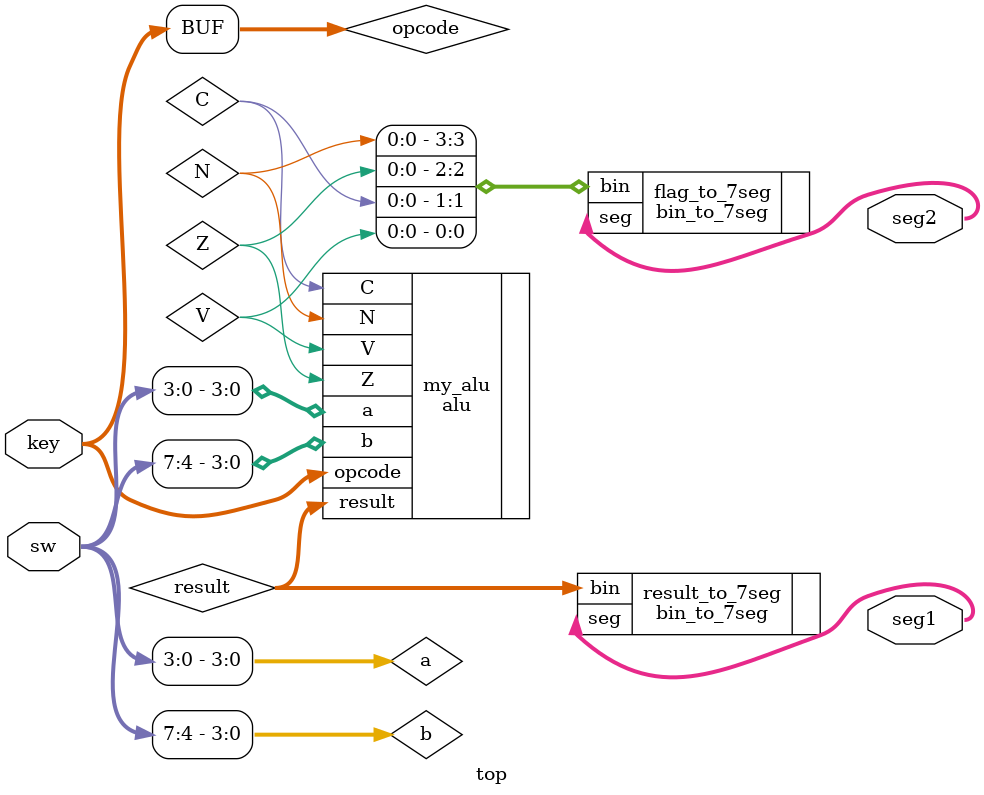
<source format=sv>
module top (
    input logic [9:0] sw,    // 10 switches
    input logic [3:0] key,   // 4 botones
    output logic [6:0] seg1, // 7 segmentos para resultado (7 segmentos del primer display)
    output logic [6:0] seg2  // 7 segmentos para banderas (7 segmentos del segundo display)
);

    logic [3:0] a, b, opcode, result;
    logic N, Z, C, V;

    // Conectar los switches a las entradas a y b
    assign a = sw[3:0]; // Los 4 primeros switches para a
    assign b = sw[7:4]; // Los siguientes 4 switches para b

    // Conectar los botones a las operaciones
    assign opcode = key;

    // Instanciar la ALU
    alu my_alu (
        .a(a),
        .b(b),
        .opcode(opcode),
        .result(result),
        .N(N),
        .Z(Z),
        .C(C),
        .V(V)
    );

    // Convertir el resultado y banderas a señales de 7 segmentos
    bin_to_7seg result_to_7seg (
        .bin(result),
        .seg(seg1)
    );

    bin_to_7seg flag_to_7seg (
        .bin({N, Z, C, V}), // Mostrar las banderas en formato binario
        .seg(seg2)
    );

endmodule


</source>
